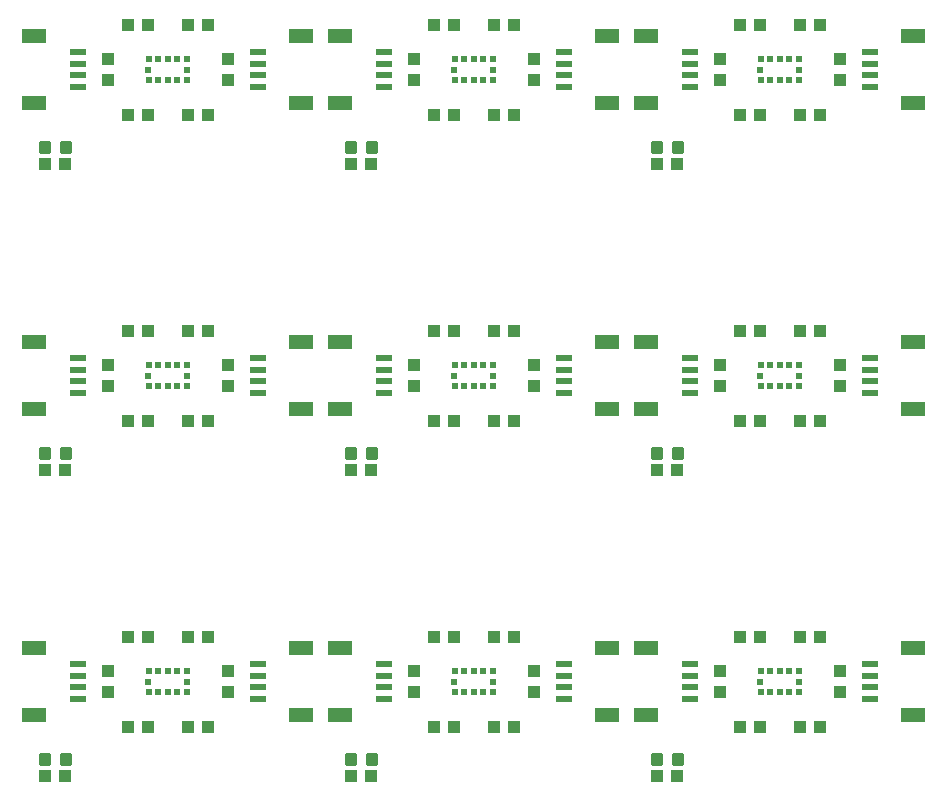
<source format=gtp>
G75*
%MOIN*%
%OFA0B0*%
%FSLAX25Y25*%
%IPPOS*%
%LPD*%
%AMOC8*
5,1,8,0,0,1.08239X$1,22.5*
%
%ADD10R,0.04331X0.03937*%
%ADD11R,0.07874X0.04724*%
%ADD12R,0.05315X0.02362*%
%ADD13R,0.03937X0.04331*%
%ADD14R,0.01969X0.02362*%
%ADD15R,0.02362X0.01969*%
%ADD16C,0.01181*%
D10*
X0037654Y0047000D03*
X0044346Y0047000D03*
X0065154Y0063500D03*
X0071846Y0063500D03*
X0085154Y0063500D03*
X0091846Y0063500D03*
X0091846Y0093500D03*
X0085154Y0093500D03*
X0071846Y0093500D03*
X0065154Y0093500D03*
X0044346Y0149000D03*
X0037654Y0149000D03*
X0065154Y0165500D03*
X0071846Y0165500D03*
X0085154Y0165500D03*
X0091846Y0165500D03*
X0091846Y0195500D03*
X0085154Y0195500D03*
X0071846Y0195500D03*
X0065154Y0195500D03*
X0044346Y0251000D03*
X0037654Y0251000D03*
X0065154Y0267500D03*
X0071846Y0267500D03*
X0085154Y0267500D03*
X0091846Y0267500D03*
X0091846Y0297500D03*
X0085154Y0297500D03*
X0071846Y0297500D03*
X0065154Y0297500D03*
X0139654Y0251000D03*
X0146346Y0251000D03*
X0167154Y0267500D03*
X0173846Y0267500D03*
X0187154Y0267500D03*
X0193846Y0267500D03*
X0193846Y0297500D03*
X0187154Y0297500D03*
X0173846Y0297500D03*
X0167154Y0297500D03*
X0241654Y0251000D03*
X0248346Y0251000D03*
X0269154Y0267500D03*
X0275846Y0267500D03*
X0289154Y0267500D03*
X0295846Y0267500D03*
X0295846Y0297500D03*
X0289154Y0297500D03*
X0275846Y0297500D03*
X0269154Y0297500D03*
X0269154Y0195500D03*
X0275846Y0195500D03*
X0289154Y0195500D03*
X0295846Y0195500D03*
X0295846Y0165500D03*
X0289154Y0165500D03*
X0275846Y0165500D03*
X0269154Y0165500D03*
X0248346Y0149000D03*
X0241654Y0149000D03*
X0193846Y0165500D03*
X0187154Y0165500D03*
X0173846Y0165500D03*
X0167154Y0165500D03*
X0146346Y0149000D03*
X0139654Y0149000D03*
X0167154Y0195500D03*
X0173846Y0195500D03*
X0187154Y0195500D03*
X0193846Y0195500D03*
X0193846Y0093500D03*
X0187154Y0093500D03*
X0173846Y0093500D03*
X0167154Y0093500D03*
X0167154Y0063500D03*
X0173846Y0063500D03*
X0187154Y0063500D03*
X0193846Y0063500D03*
X0146346Y0047000D03*
X0139654Y0047000D03*
X0241654Y0047000D03*
X0248346Y0047000D03*
X0269154Y0063500D03*
X0275846Y0063500D03*
X0289154Y0063500D03*
X0295846Y0063500D03*
X0295846Y0093500D03*
X0289154Y0093500D03*
X0275846Y0093500D03*
X0269154Y0093500D03*
D11*
X0238031Y0089524D03*
X0224969Y0089524D03*
X0224969Y0067476D03*
X0238031Y0067476D03*
X0326969Y0067476D03*
X0326969Y0089524D03*
X0326969Y0169476D03*
X0326969Y0191524D03*
X0326969Y0271476D03*
X0326969Y0293524D03*
X0238031Y0293524D03*
X0224969Y0293524D03*
X0224969Y0271476D03*
X0238031Y0271476D03*
X0238031Y0191524D03*
X0224969Y0191524D03*
X0224969Y0169476D03*
X0238031Y0169476D03*
X0136031Y0169476D03*
X0122969Y0169476D03*
X0122969Y0191524D03*
X0136031Y0191524D03*
X0136031Y0271476D03*
X0122969Y0271476D03*
X0122969Y0293524D03*
X0136031Y0293524D03*
X0034031Y0293524D03*
X0034031Y0271476D03*
X0034031Y0191524D03*
X0034031Y0169476D03*
X0034031Y0089524D03*
X0034031Y0067476D03*
X0122969Y0067476D03*
X0136031Y0067476D03*
X0136031Y0089524D03*
X0122969Y0089524D03*
D12*
X0108500Y0084406D03*
X0108500Y0080469D03*
X0108500Y0076531D03*
X0108500Y0072594D03*
X0150500Y0072594D03*
X0150500Y0076531D03*
X0150500Y0080469D03*
X0150500Y0084406D03*
X0210500Y0084406D03*
X0210500Y0080469D03*
X0210500Y0076531D03*
X0210500Y0072594D03*
X0252500Y0072594D03*
X0252500Y0076531D03*
X0252500Y0080469D03*
X0252500Y0084406D03*
X0312500Y0084406D03*
X0312500Y0080469D03*
X0312500Y0076531D03*
X0312500Y0072594D03*
X0312500Y0174594D03*
X0312500Y0178531D03*
X0312500Y0182469D03*
X0312500Y0186406D03*
X0252500Y0186406D03*
X0252500Y0182469D03*
X0252500Y0178531D03*
X0252500Y0174594D03*
X0210500Y0174594D03*
X0210500Y0178531D03*
X0210500Y0182469D03*
X0210500Y0186406D03*
X0150500Y0186406D03*
X0150500Y0182469D03*
X0150500Y0178531D03*
X0150500Y0174594D03*
X0108500Y0174594D03*
X0108500Y0178531D03*
X0108500Y0182469D03*
X0108500Y0186406D03*
X0048500Y0186406D03*
X0048500Y0182469D03*
X0048500Y0178531D03*
X0048500Y0174594D03*
X0048500Y0084406D03*
X0048500Y0080469D03*
X0048500Y0076531D03*
X0048500Y0072594D03*
X0048500Y0276594D03*
X0048500Y0280531D03*
X0048500Y0284469D03*
X0048500Y0288406D03*
X0108500Y0288406D03*
X0108500Y0284469D03*
X0108500Y0280531D03*
X0108500Y0276594D03*
X0150500Y0276594D03*
X0150500Y0280531D03*
X0150500Y0284469D03*
X0150500Y0288406D03*
X0210500Y0288406D03*
X0210500Y0284469D03*
X0210500Y0280531D03*
X0210500Y0276594D03*
X0252500Y0276594D03*
X0252500Y0280531D03*
X0252500Y0284469D03*
X0252500Y0288406D03*
X0312500Y0288406D03*
X0312500Y0284469D03*
X0312500Y0280531D03*
X0312500Y0276594D03*
D13*
X0302500Y0279154D03*
X0302500Y0285846D03*
X0262500Y0285846D03*
X0262500Y0279154D03*
X0200500Y0279154D03*
X0200500Y0285846D03*
X0160500Y0285846D03*
X0160500Y0279154D03*
X0098500Y0279154D03*
X0098500Y0285846D03*
X0058500Y0285846D03*
X0058500Y0279154D03*
X0058500Y0183846D03*
X0058500Y0177154D03*
X0098500Y0177154D03*
X0098500Y0183846D03*
X0160500Y0183846D03*
X0160500Y0177154D03*
X0200500Y0177154D03*
X0200500Y0183846D03*
X0262500Y0183846D03*
X0262500Y0177154D03*
X0302500Y0177154D03*
X0302500Y0183846D03*
X0302500Y0081846D03*
X0302500Y0075154D03*
X0262500Y0075154D03*
X0262500Y0081846D03*
X0200500Y0081846D03*
X0200500Y0075154D03*
X0160500Y0075154D03*
X0160500Y0081846D03*
X0098500Y0081846D03*
X0098500Y0075154D03*
X0058500Y0075154D03*
X0058500Y0081846D03*
D14*
X0072201Y0081846D03*
X0075350Y0081846D03*
X0078500Y0081846D03*
X0081650Y0081846D03*
X0084799Y0081846D03*
X0084799Y0075154D03*
X0081650Y0075154D03*
X0078500Y0075154D03*
X0075350Y0075154D03*
X0072201Y0075154D03*
X0174201Y0075154D03*
X0177350Y0075154D03*
X0180500Y0075154D03*
X0183650Y0075154D03*
X0186799Y0075154D03*
X0186799Y0081846D03*
X0183650Y0081846D03*
X0180500Y0081846D03*
X0177350Y0081846D03*
X0174201Y0081846D03*
X0174201Y0177154D03*
X0177350Y0177154D03*
X0180500Y0177154D03*
X0183650Y0177154D03*
X0186799Y0177154D03*
X0186799Y0183846D03*
X0183650Y0183846D03*
X0180500Y0183846D03*
X0177350Y0183846D03*
X0174201Y0183846D03*
X0084799Y0183846D03*
X0081650Y0183846D03*
X0078500Y0183846D03*
X0075350Y0183846D03*
X0072201Y0183846D03*
X0072201Y0177154D03*
X0075350Y0177154D03*
X0078500Y0177154D03*
X0081650Y0177154D03*
X0084799Y0177154D03*
X0084799Y0279154D03*
X0081650Y0279154D03*
X0078500Y0279154D03*
X0075350Y0279154D03*
X0072201Y0279154D03*
X0072201Y0285846D03*
X0075350Y0285846D03*
X0078500Y0285846D03*
X0081650Y0285846D03*
X0084799Y0285846D03*
X0174201Y0285846D03*
X0177350Y0285846D03*
X0180500Y0285846D03*
X0183650Y0285846D03*
X0186799Y0285846D03*
X0186799Y0279154D03*
X0183650Y0279154D03*
X0180500Y0279154D03*
X0177350Y0279154D03*
X0174201Y0279154D03*
X0276201Y0279154D03*
X0279350Y0279154D03*
X0282500Y0279154D03*
X0285650Y0279154D03*
X0288799Y0279154D03*
X0288799Y0285846D03*
X0285650Y0285846D03*
X0282500Y0285846D03*
X0279350Y0285846D03*
X0276201Y0285846D03*
X0276201Y0183846D03*
X0279350Y0183846D03*
X0282500Y0183846D03*
X0285650Y0183846D03*
X0288799Y0183846D03*
X0288799Y0177154D03*
X0285650Y0177154D03*
X0282500Y0177154D03*
X0279350Y0177154D03*
X0276201Y0177154D03*
X0276201Y0081846D03*
X0279350Y0081846D03*
X0282500Y0081846D03*
X0285650Y0081846D03*
X0288799Y0081846D03*
X0288799Y0075154D03*
X0285650Y0075154D03*
X0282500Y0075154D03*
X0279350Y0075154D03*
X0276201Y0075154D03*
D15*
X0276004Y0078500D03*
X0288996Y0078500D03*
X0186996Y0078500D03*
X0174004Y0078500D03*
X0084996Y0078500D03*
X0072004Y0078500D03*
X0072004Y0180500D03*
X0084996Y0180500D03*
X0174004Y0180500D03*
X0186996Y0180500D03*
X0276004Y0180500D03*
X0288996Y0180500D03*
X0288996Y0282500D03*
X0276004Y0282500D03*
X0186996Y0282500D03*
X0174004Y0282500D03*
X0084996Y0282500D03*
X0072004Y0282500D03*
D16*
X0043075Y0257878D02*
X0043075Y0255122D01*
X0043075Y0257878D02*
X0045831Y0257878D01*
X0045831Y0255122D01*
X0043075Y0255122D01*
X0043075Y0256302D02*
X0045831Y0256302D01*
X0045831Y0257482D02*
X0043075Y0257482D01*
X0036169Y0257878D02*
X0036169Y0255122D01*
X0036169Y0257878D02*
X0038925Y0257878D01*
X0038925Y0255122D01*
X0036169Y0255122D01*
X0036169Y0256302D02*
X0038925Y0256302D01*
X0038925Y0257482D02*
X0036169Y0257482D01*
X0138169Y0257878D02*
X0138169Y0255122D01*
X0138169Y0257878D02*
X0140925Y0257878D01*
X0140925Y0255122D01*
X0138169Y0255122D01*
X0138169Y0256302D02*
X0140925Y0256302D01*
X0140925Y0257482D02*
X0138169Y0257482D01*
X0145075Y0257878D02*
X0145075Y0255122D01*
X0145075Y0257878D02*
X0147831Y0257878D01*
X0147831Y0255122D01*
X0145075Y0255122D01*
X0145075Y0256302D02*
X0147831Y0256302D01*
X0147831Y0257482D02*
X0145075Y0257482D01*
X0240169Y0257878D02*
X0240169Y0255122D01*
X0240169Y0257878D02*
X0242925Y0257878D01*
X0242925Y0255122D01*
X0240169Y0255122D01*
X0240169Y0256302D02*
X0242925Y0256302D01*
X0242925Y0257482D02*
X0240169Y0257482D01*
X0247075Y0257878D02*
X0247075Y0255122D01*
X0247075Y0257878D02*
X0249831Y0257878D01*
X0249831Y0255122D01*
X0247075Y0255122D01*
X0247075Y0256302D02*
X0249831Y0256302D01*
X0249831Y0257482D02*
X0247075Y0257482D01*
X0247075Y0155878D02*
X0247075Y0153122D01*
X0247075Y0155878D02*
X0249831Y0155878D01*
X0249831Y0153122D01*
X0247075Y0153122D01*
X0247075Y0154302D02*
X0249831Y0154302D01*
X0249831Y0155482D02*
X0247075Y0155482D01*
X0240169Y0155878D02*
X0240169Y0153122D01*
X0240169Y0155878D02*
X0242925Y0155878D01*
X0242925Y0153122D01*
X0240169Y0153122D01*
X0240169Y0154302D02*
X0242925Y0154302D01*
X0242925Y0155482D02*
X0240169Y0155482D01*
X0145075Y0155878D02*
X0145075Y0153122D01*
X0145075Y0155878D02*
X0147831Y0155878D01*
X0147831Y0153122D01*
X0145075Y0153122D01*
X0145075Y0154302D02*
X0147831Y0154302D01*
X0147831Y0155482D02*
X0145075Y0155482D01*
X0138169Y0155878D02*
X0138169Y0153122D01*
X0138169Y0155878D02*
X0140925Y0155878D01*
X0140925Y0153122D01*
X0138169Y0153122D01*
X0138169Y0154302D02*
X0140925Y0154302D01*
X0140925Y0155482D02*
X0138169Y0155482D01*
X0043075Y0155878D02*
X0043075Y0153122D01*
X0043075Y0155878D02*
X0045831Y0155878D01*
X0045831Y0153122D01*
X0043075Y0153122D01*
X0043075Y0154302D02*
X0045831Y0154302D01*
X0045831Y0155482D02*
X0043075Y0155482D01*
X0036169Y0155878D02*
X0036169Y0153122D01*
X0036169Y0155878D02*
X0038925Y0155878D01*
X0038925Y0153122D01*
X0036169Y0153122D01*
X0036169Y0154302D02*
X0038925Y0154302D01*
X0038925Y0155482D02*
X0036169Y0155482D01*
X0036169Y0053878D02*
X0036169Y0051122D01*
X0036169Y0053878D02*
X0038925Y0053878D01*
X0038925Y0051122D01*
X0036169Y0051122D01*
X0036169Y0052302D02*
X0038925Y0052302D01*
X0038925Y0053482D02*
X0036169Y0053482D01*
X0043075Y0053878D02*
X0043075Y0051122D01*
X0043075Y0053878D02*
X0045831Y0053878D01*
X0045831Y0051122D01*
X0043075Y0051122D01*
X0043075Y0052302D02*
X0045831Y0052302D01*
X0045831Y0053482D02*
X0043075Y0053482D01*
X0138169Y0053878D02*
X0138169Y0051122D01*
X0138169Y0053878D02*
X0140925Y0053878D01*
X0140925Y0051122D01*
X0138169Y0051122D01*
X0138169Y0052302D02*
X0140925Y0052302D01*
X0140925Y0053482D02*
X0138169Y0053482D01*
X0145075Y0053878D02*
X0145075Y0051122D01*
X0145075Y0053878D02*
X0147831Y0053878D01*
X0147831Y0051122D01*
X0145075Y0051122D01*
X0145075Y0052302D02*
X0147831Y0052302D01*
X0147831Y0053482D02*
X0145075Y0053482D01*
X0240169Y0053878D02*
X0240169Y0051122D01*
X0240169Y0053878D02*
X0242925Y0053878D01*
X0242925Y0051122D01*
X0240169Y0051122D01*
X0240169Y0052302D02*
X0242925Y0052302D01*
X0242925Y0053482D02*
X0240169Y0053482D01*
X0247075Y0053878D02*
X0247075Y0051122D01*
X0247075Y0053878D02*
X0249831Y0053878D01*
X0249831Y0051122D01*
X0247075Y0051122D01*
X0247075Y0052302D02*
X0249831Y0052302D01*
X0249831Y0053482D02*
X0247075Y0053482D01*
M02*

</source>
